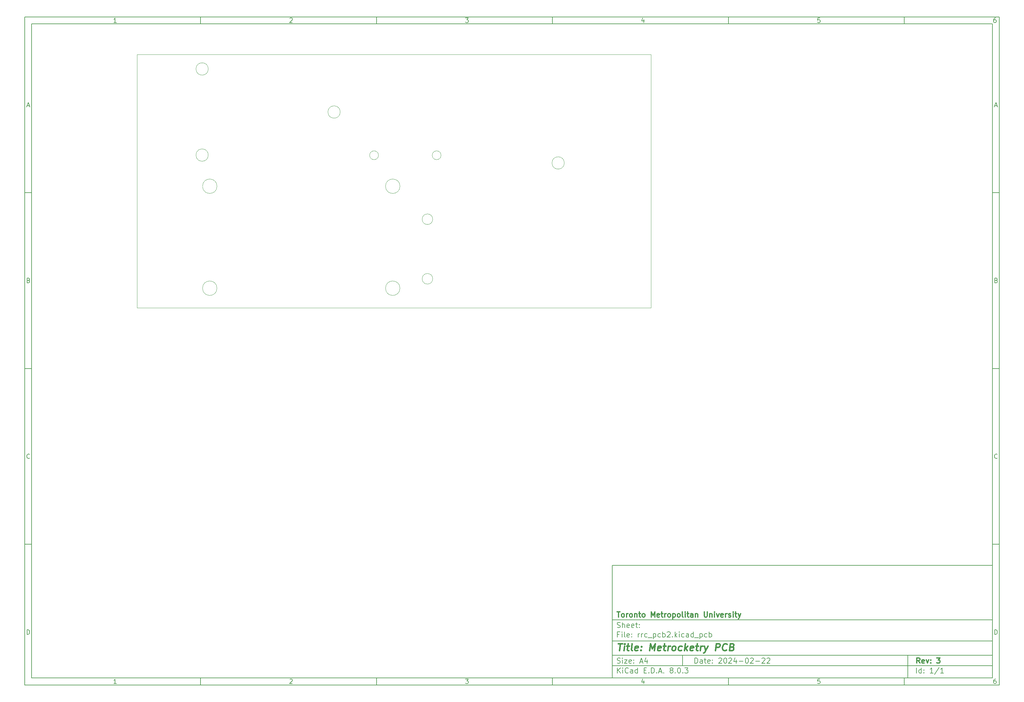
<source format=gbr>
%TF.GenerationSoftware,KiCad,Pcbnew,8.0.3*%
%TF.CreationDate,2024-07-04T22:57:28-04:00*%
%TF.ProjectId,rrc_pcb2,7272635f-7063-4623-922e-6b696361645f,3*%
%TF.SameCoordinates,Original*%
%TF.FileFunction,Profile,NP*%
%FSLAX46Y46*%
G04 Gerber Fmt 4.6, Leading zero omitted, Abs format (unit mm)*
G04 Created by KiCad (PCBNEW 8.0.3) date 2024-07-04 22:57:28*
%MOMM*%
%LPD*%
G01*
G04 APERTURE LIST*
%ADD10C,0.100000*%
%ADD11C,0.150000*%
%ADD12C,0.300000*%
%ADD13C,0.400000*%
%TA.AperFunction,Profile*%
%ADD14C,0.050000*%
%TD*%
%TA.AperFunction,Profile*%
%ADD15C,0.100000*%
%TD*%
G04 APERTURE END LIST*
D10*
D11*
X177002200Y-166007200D02*
X285002200Y-166007200D01*
X285002200Y-198007200D01*
X177002200Y-198007200D01*
X177002200Y-166007200D01*
D10*
D11*
X10000000Y-10000000D02*
X287002200Y-10000000D01*
X287002200Y-200007200D01*
X10000000Y-200007200D01*
X10000000Y-10000000D01*
D10*
D11*
X12000000Y-12000000D02*
X285002200Y-12000000D01*
X285002200Y-198007200D01*
X12000000Y-198007200D01*
X12000000Y-12000000D01*
D10*
D11*
X60000000Y-12000000D02*
X60000000Y-10000000D01*
D10*
D11*
X110000000Y-12000000D02*
X110000000Y-10000000D01*
D10*
D11*
X160000000Y-12000000D02*
X160000000Y-10000000D01*
D10*
D11*
X210000000Y-12000000D02*
X210000000Y-10000000D01*
D10*
D11*
X260000000Y-12000000D02*
X260000000Y-10000000D01*
D10*
D11*
X36089160Y-11593604D02*
X35346303Y-11593604D01*
X35717731Y-11593604D02*
X35717731Y-10293604D01*
X35717731Y-10293604D02*
X35593922Y-10479319D01*
X35593922Y-10479319D02*
X35470112Y-10603128D01*
X35470112Y-10603128D02*
X35346303Y-10665033D01*
D10*
D11*
X85346303Y-10417414D02*
X85408207Y-10355509D01*
X85408207Y-10355509D02*
X85532017Y-10293604D01*
X85532017Y-10293604D02*
X85841541Y-10293604D01*
X85841541Y-10293604D02*
X85965350Y-10355509D01*
X85965350Y-10355509D02*
X86027255Y-10417414D01*
X86027255Y-10417414D02*
X86089160Y-10541223D01*
X86089160Y-10541223D02*
X86089160Y-10665033D01*
X86089160Y-10665033D02*
X86027255Y-10850747D01*
X86027255Y-10850747D02*
X85284398Y-11593604D01*
X85284398Y-11593604D02*
X86089160Y-11593604D01*
D10*
D11*
X135284398Y-10293604D02*
X136089160Y-10293604D01*
X136089160Y-10293604D02*
X135655826Y-10788842D01*
X135655826Y-10788842D02*
X135841541Y-10788842D01*
X135841541Y-10788842D02*
X135965350Y-10850747D01*
X135965350Y-10850747D02*
X136027255Y-10912652D01*
X136027255Y-10912652D02*
X136089160Y-11036461D01*
X136089160Y-11036461D02*
X136089160Y-11345985D01*
X136089160Y-11345985D02*
X136027255Y-11469795D01*
X136027255Y-11469795D02*
X135965350Y-11531700D01*
X135965350Y-11531700D02*
X135841541Y-11593604D01*
X135841541Y-11593604D02*
X135470112Y-11593604D01*
X135470112Y-11593604D02*
X135346303Y-11531700D01*
X135346303Y-11531700D02*
X135284398Y-11469795D01*
D10*
D11*
X185965350Y-10726938D02*
X185965350Y-11593604D01*
X185655826Y-10231700D02*
X185346303Y-11160271D01*
X185346303Y-11160271D02*
X186151064Y-11160271D01*
D10*
D11*
X236027255Y-10293604D02*
X235408207Y-10293604D01*
X235408207Y-10293604D02*
X235346303Y-10912652D01*
X235346303Y-10912652D02*
X235408207Y-10850747D01*
X235408207Y-10850747D02*
X235532017Y-10788842D01*
X235532017Y-10788842D02*
X235841541Y-10788842D01*
X235841541Y-10788842D02*
X235965350Y-10850747D01*
X235965350Y-10850747D02*
X236027255Y-10912652D01*
X236027255Y-10912652D02*
X236089160Y-11036461D01*
X236089160Y-11036461D02*
X236089160Y-11345985D01*
X236089160Y-11345985D02*
X236027255Y-11469795D01*
X236027255Y-11469795D02*
X235965350Y-11531700D01*
X235965350Y-11531700D02*
X235841541Y-11593604D01*
X235841541Y-11593604D02*
X235532017Y-11593604D01*
X235532017Y-11593604D02*
X235408207Y-11531700D01*
X235408207Y-11531700D02*
X235346303Y-11469795D01*
D10*
D11*
X285965350Y-10293604D02*
X285717731Y-10293604D01*
X285717731Y-10293604D02*
X285593922Y-10355509D01*
X285593922Y-10355509D02*
X285532017Y-10417414D01*
X285532017Y-10417414D02*
X285408207Y-10603128D01*
X285408207Y-10603128D02*
X285346303Y-10850747D01*
X285346303Y-10850747D02*
X285346303Y-11345985D01*
X285346303Y-11345985D02*
X285408207Y-11469795D01*
X285408207Y-11469795D02*
X285470112Y-11531700D01*
X285470112Y-11531700D02*
X285593922Y-11593604D01*
X285593922Y-11593604D02*
X285841541Y-11593604D01*
X285841541Y-11593604D02*
X285965350Y-11531700D01*
X285965350Y-11531700D02*
X286027255Y-11469795D01*
X286027255Y-11469795D02*
X286089160Y-11345985D01*
X286089160Y-11345985D02*
X286089160Y-11036461D01*
X286089160Y-11036461D02*
X286027255Y-10912652D01*
X286027255Y-10912652D02*
X285965350Y-10850747D01*
X285965350Y-10850747D02*
X285841541Y-10788842D01*
X285841541Y-10788842D02*
X285593922Y-10788842D01*
X285593922Y-10788842D02*
X285470112Y-10850747D01*
X285470112Y-10850747D02*
X285408207Y-10912652D01*
X285408207Y-10912652D02*
X285346303Y-11036461D01*
D10*
D11*
X60000000Y-198007200D02*
X60000000Y-200007200D01*
D10*
D11*
X110000000Y-198007200D02*
X110000000Y-200007200D01*
D10*
D11*
X160000000Y-198007200D02*
X160000000Y-200007200D01*
D10*
D11*
X210000000Y-198007200D02*
X210000000Y-200007200D01*
D10*
D11*
X260000000Y-198007200D02*
X260000000Y-200007200D01*
D10*
D11*
X36089160Y-199600804D02*
X35346303Y-199600804D01*
X35717731Y-199600804D02*
X35717731Y-198300804D01*
X35717731Y-198300804D02*
X35593922Y-198486519D01*
X35593922Y-198486519D02*
X35470112Y-198610328D01*
X35470112Y-198610328D02*
X35346303Y-198672233D01*
D10*
D11*
X85346303Y-198424614D02*
X85408207Y-198362709D01*
X85408207Y-198362709D02*
X85532017Y-198300804D01*
X85532017Y-198300804D02*
X85841541Y-198300804D01*
X85841541Y-198300804D02*
X85965350Y-198362709D01*
X85965350Y-198362709D02*
X86027255Y-198424614D01*
X86027255Y-198424614D02*
X86089160Y-198548423D01*
X86089160Y-198548423D02*
X86089160Y-198672233D01*
X86089160Y-198672233D02*
X86027255Y-198857947D01*
X86027255Y-198857947D02*
X85284398Y-199600804D01*
X85284398Y-199600804D02*
X86089160Y-199600804D01*
D10*
D11*
X135284398Y-198300804D02*
X136089160Y-198300804D01*
X136089160Y-198300804D02*
X135655826Y-198796042D01*
X135655826Y-198796042D02*
X135841541Y-198796042D01*
X135841541Y-198796042D02*
X135965350Y-198857947D01*
X135965350Y-198857947D02*
X136027255Y-198919852D01*
X136027255Y-198919852D02*
X136089160Y-199043661D01*
X136089160Y-199043661D02*
X136089160Y-199353185D01*
X136089160Y-199353185D02*
X136027255Y-199476995D01*
X136027255Y-199476995D02*
X135965350Y-199538900D01*
X135965350Y-199538900D02*
X135841541Y-199600804D01*
X135841541Y-199600804D02*
X135470112Y-199600804D01*
X135470112Y-199600804D02*
X135346303Y-199538900D01*
X135346303Y-199538900D02*
X135284398Y-199476995D01*
D10*
D11*
X185965350Y-198734138D02*
X185965350Y-199600804D01*
X185655826Y-198238900D02*
X185346303Y-199167471D01*
X185346303Y-199167471D02*
X186151064Y-199167471D01*
D10*
D11*
X236027255Y-198300804D02*
X235408207Y-198300804D01*
X235408207Y-198300804D02*
X235346303Y-198919852D01*
X235346303Y-198919852D02*
X235408207Y-198857947D01*
X235408207Y-198857947D02*
X235532017Y-198796042D01*
X235532017Y-198796042D02*
X235841541Y-198796042D01*
X235841541Y-198796042D02*
X235965350Y-198857947D01*
X235965350Y-198857947D02*
X236027255Y-198919852D01*
X236027255Y-198919852D02*
X236089160Y-199043661D01*
X236089160Y-199043661D02*
X236089160Y-199353185D01*
X236089160Y-199353185D02*
X236027255Y-199476995D01*
X236027255Y-199476995D02*
X235965350Y-199538900D01*
X235965350Y-199538900D02*
X235841541Y-199600804D01*
X235841541Y-199600804D02*
X235532017Y-199600804D01*
X235532017Y-199600804D02*
X235408207Y-199538900D01*
X235408207Y-199538900D02*
X235346303Y-199476995D01*
D10*
D11*
X285965350Y-198300804D02*
X285717731Y-198300804D01*
X285717731Y-198300804D02*
X285593922Y-198362709D01*
X285593922Y-198362709D02*
X285532017Y-198424614D01*
X285532017Y-198424614D02*
X285408207Y-198610328D01*
X285408207Y-198610328D02*
X285346303Y-198857947D01*
X285346303Y-198857947D02*
X285346303Y-199353185D01*
X285346303Y-199353185D02*
X285408207Y-199476995D01*
X285408207Y-199476995D02*
X285470112Y-199538900D01*
X285470112Y-199538900D02*
X285593922Y-199600804D01*
X285593922Y-199600804D02*
X285841541Y-199600804D01*
X285841541Y-199600804D02*
X285965350Y-199538900D01*
X285965350Y-199538900D02*
X286027255Y-199476995D01*
X286027255Y-199476995D02*
X286089160Y-199353185D01*
X286089160Y-199353185D02*
X286089160Y-199043661D01*
X286089160Y-199043661D02*
X286027255Y-198919852D01*
X286027255Y-198919852D02*
X285965350Y-198857947D01*
X285965350Y-198857947D02*
X285841541Y-198796042D01*
X285841541Y-198796042D02*
X285593922Y-198796042D01*
X285593922Y-198796042D02*
X285470112Y-198857947D01*
X285470112Y-198857947D02*
X285408207Y-198919852D01*
X285408207Y-198919852D02*
X285346303Y-199043661D01*
D10*
D11*
X10000000Y-60000000D02*
X12000000Y-60000000D01*
D10*
D11*
X10000000Y-110000000D02*
X12000000Y-110000000D01*
D10*
D11*
X10000000Y-160000000D02*
X12000000Y-160000000D01*
D10*
D11*
X10690476Y-35222176D02*
X11309523Y-35222176D01*
X10566666Y-35593604D02*
X10999999Y-34293604D01*
X10999999Y-34293604D02*
X11433333Y-35593604D01*
D10*
D11*
X11092857Y-84912652D02*
X11278571Y-84974557D01*
X11278571Y-84974557D02*
X11340476Y-85036461D01*
X11340476Y-85036461D02*
X11402380Y-85160271D01*
X11402380Y-85160271D02*
X11402380Y-85345985D01*
X11402380Y-85345985D02*
X11340476Y-85469795D01*
X11340476Y-85469795D02*
X11278571Y-85531700D01*
X11278571Y-85531700D02*
X11154761Y-85593604D01*
X11154761Y-85593604D02*
X10659523Y-85593604D01*
X10659523Y-85593604D02*
X10659523Y-84293604D01*
X10659523Y-84293604D02*
X11092857Y-84293604D01*
X11092857Y-84293604D02*
X11216666Y-84355509D01*
X11216666Y-84355509D02*
X11278571Y-84417414D01*
X11278571Y-84417414D02*
X11340476Y-84541223D01*
X11340476Y-84541223D02*
X11340476Y-84665033D01*
X11340476Y-84665033D02*
X11278571Y-84788842D01*
X11278571Y-84788842D02*
X11216666Y-84850747D01*
X11216666Y-84850747D02*
X11092857Y-84912652D01*
X11092857Y-84912652D02*
X10659523Y-84912652D01*
D10*
D11*
X11402380Y-135469795D02*
X11340476Y-135531700D01*
X11340476Y-135531700D02*
X11154761Y-135593604D01*
X11154761Y-135593604D02*
X11030952Y-135593604D01*
X11030952Y-135593604D02*
X10845238Y-135531700D01*
X10845238Y-135531700D02*
X10721428Y-135407890D01*
X10721428Y-135407890D02*
X10659523Y-135284080D01*
X10659523Y-135284080D02*
X10597619Y-135036461D01*
X10597619Y-135036461D02*
X10597619Y-134850747D01*
X10597619Y-134850747D02*
X10659523Y-134603128D01*
X10659523Y-134603128D02*
X10721428Y-134479319D01*
X10721428Y-134479319D02*
X10845238Y-134355509D01*
X10845238Y-134355509D02*
X11030952Y-134293604D01*
X11030952Y-134293604D02*
X11154761Y-134293604D01*
X11154761Y-134293604D02*
X11340476Y-134355509D01*
X11340476Y-134355509D02*
X11402380Y-134417414D01*
D10*
D11*
X10659523Y-185593604D02*
X10659523Y-184293604D01*
X10659523Y-184293604D02*
X10969047Y-184293604D01*
X10969047Y-184293604D02*
X11154761Y-184355509D01*
X11154761Y-184355509D02*
X11278571Y-184479319D01*
X11278571Y-184479319D02*
X11340476Y-184603128D01*
X11340476Y-184603128D02*
X11402380Y-184850747D01*
X11402380Y-184850747D02*
X11402380Y-185036461D01*
X11402380Y-185036461D02*
X11340476Y-185284080D01*
X11340476Y-185284080D02*
X11278571Y-185407890D01*
X11278571Y-185407890D02*
X11154761Y-185531700D01*
X11154761Y-185531700D02*
X10969047Y-185593604D01*
X10969047Y-185593604D02*
X10659523Y-185593604D01*
D10*
D11*
X287002200Y-60000000D02*
X285002200Y-60000000D01*
D10*
D11*
X287002200Y-110000000D02*
X285002200Y-110000000D01*
D10*
D11*
X287002200Y-160000000D02*
X285002200Y-160000000D01*
D10*
D11*
X285692676Y-35222176D02*
X286311723Y-35222176D01*
X285568866Y-35593604D02*
X286002199Y-34293604D01*
X286002199Y-34293604D02*
X286435533Y-35593604D01*
D10*
D11*
X286095057Y-84912652D02*
X286280771Y-84974557D01*
X286280771Y-84974557D02*
X286342676Y-85036461D01*
X286342676Y-85036461D02*
X286404580Y-85160271D01*
X286404580Y-85160271D02*
X286404580Y-85345985D01*
X286404580Y-85345985D02*
X286342676Y-85469795D01*
X286342676Y-85469795D02*
X286280771Y-85531700D01*
X286280771Y-85531700D02*
X286156961Y-85593604D01*
X286156961Y-85593604D02*
X285661723Y-85593604D01*
X285661723Y-85593604D02*
X285661723Y-84293604D01*
X285661723Y-84293604D02*
X286095057Y-84293604D01*
X286095057Y-84293604D02*
X286218866Y-84355509D01*
X286218866Y-84355509D02*
X286280771Y-84417414D01*
X286280771Y-84417414D02*
X286342676Y-84541223D01*
X286342676Y-84541223D02*
X286342676Y-84665033D01*
X286342676Y-84665033D02*
X286280771Y-84788842D01*
X286280771Y-84788842D02*
X286218866Y-84850747D01*
X286218866Y-84850747D02*
X286095057Y-84912652D01*
X286095057Y-84912652D02*
X285661723Y-84912652D01*
D10*
D11*
X286404580Y-135469795D02*
X286342676Y-135531700D01*
X286342676Y-135531700D02*
X286156961Y-135593604D01*
X286156961Y-135593604D02*
X286033152Y-135593604D01*
X286033152Y-135593604D02*
X285847438Y-135531700D01*
X285847438Y-135531700D02*
X285723628Y-135407890D01*
X285723628Y-135407890D02*
X285661723Y-135284080D01*
X285661723Y-135284080D02*
X285599819Y-135036461D01*
X285599819Y-135036461D02*
X285599819Y-134850747D01*
X285599819Y-134850747D02*
X285661723Y-134603128D01*
X285661723Y-134603128D02*
X285723628Y-134479319D01*
X285723628Y-134479319D02*
X285847438Y-134355509D01*
X285847438Y-134355509D02*
X286033152Y-134293604D01*
X286033152Y-134293604D02*
X286156961Y-134293604D01*
X286156961Y-134293604D02*
X286342676Y-134355509D01*
X286342676Y-134355509D02*
X286404580Y-134417414D01*
D10*
D11*
X285661723Y-185593604D02*
X285661723Y-184293604D01*
X285661723Y-184293604D02*
X285971247Y-184293604D01*
X285971247Y-184293604D02*
X286156961Y-184355509D01*
X286156961Y-184355509D02*
X286280771Y-184479319D01*
X286280771Y-184479319D02*
X286342676Y-184603128D01*
X286342676Y-184603128D02*
X286404580Y-184850747D01*
X286404580Y-184850747D02*
X286404580Y-185036461D01*
X286404580Y-185036461D02*
X286342676Y-185284080D01*
X286342676Y-185284080D02*
X286280771Y-185407890D01*
X286280771Y-185407890D02*
X286156961Y-185531700D01*
X286156961Y-185531700D02*
X285971247Y-185593604D01*
X285971247Y-185593604D02*
X285661723Y-185593604D01*
D10*
D11*
X200458026Y-193793328D02*
X200458026Y-192293328D01*
X200458026Y-192293328D02*
X200815169Y-192293328D01*
X200815169Y-192293328D02*
X201029455Y-192364757D01*
X201029455Y-192364757D02*
X201172312Y-192507614D01*
X201172312Y-192507614D02*
X201243741Y-192650471D01*
X201243741Y-192650471D02*
X201315169Y-192936185D01*
X201315169Y-192936185D02*
X201315169Y-193150471D01*
X201315169Y-193150471D02*
X201243741Y-193436185D01*
X201243741Y-193436185D02*
X201172312Y-193579042D01*
X201172312Y-193579042D02*
X201029455Y-193721900D01*
X201029455Y-193721900D02*
X200815169Y-193793328D01*
X200815169Y-193793328D02*
X200458026Y-193793328D01*
X202600884Y-193793328D02*
X202600884Y-193007614D01*
X202600884Y-193007614D02*
X202529455Y-192864757D01*
X202529455Y-192864757D02*
X202386598Y-192793328D01*
X202386598Y-192793328D02*
X202100884Y-192793328D01*
X202100884Y-192793328D02*
X201958026Y-192864757D01*
X202600884Y-193721900D02*
X202458026Y-193793328D01*
X202458026Y-193793328D02*
X202100884Y-193793328D01*
X202100884Y-193793328D02*
X201958026Y-193721900D01*
X201958026Y-193721900D02*
X201886598Y-193579042D01*
X201886598Y-193579042D02*
X201886598Y-193436185D01*
X201886598Y-193436185D02*
X201958026Y-193293328D01*
X201958026Y-193293328D02*
X202100884Y-193221900D01*
X202100884Y-193221900D02*
X202458026Y-193221900D01*
X202458026Y-193221900D02*
X202600884Y-193150471D01*
X203100884Y-192793328D02*
X203672312Y-192793328D01*
X203315169Y-192293328D02*
X203315169Y-193579042D01*
X203315169Y-193579042D02*
X203386598Y-193721900D01*
X203386598Y-193721900D02*
X203529455Y-193793328D01*
X203529455Y-193793328D02*
X203672312Y-193793328D01*
X204743741Y-193721900D02*
X204600884Y-193793328D01*
X204600884Y-193793328D02*
X204315170Y-193793328D01*
X204315170Y-193793328D02*
X204172312Y-193721900D01*
X204172312Y-193721900D02*
X204100884Y-193579042D01*
X204100884Y-193579042D02*
X204100884Y-193007614D01*
X204100884Y-193007614D02*
X204172312Y-192864757D01*
X204172312Y-192864757D02*
X204315170Y-192793328D01*
X204315170Y-192793328D02*
X204600884Y-192793328D01*
X204600884Y-192793328D02*
X204743741Y-192864757D01*
X204743741Y-192864757D02*
X204815170Y-193007614D01*
X204815170Y-193007614D02*
X204815170Y-193150471D01*
X204815170Y-193150471D02*
X204100884Y-193293328D01*
X205458026Y-193650471D02*
X205529455Y-193721900D01*
X205529455Y-193721900D02*
X205458026Y-193793328D01*
X205458026Y-193793328D02*
X205386598Y-193721900D01*
X205386598Y-193721900D02*
X205458026Y-193650471D01*
X205458026Y-193650471D02*
X205458026Y-193793328D01*
X205458026Y-192864757D02*
X205529455Y-192936185D01*
X205529455Y-192936185D02*
X205458026Y-193007614D01*
X205458026Y-193007614D02*
X205386598Y-192936185D01*
X205386598Y-192936185D02*
X205458026Y-192864757D01*
X205458026Y-192864757D02*
X205458026Y-193007614D01*
X207243741Y-192436185D02*
X207315169Y-192364757D01*
X207315169Y-192364757D02*
X207458027Y-192293328D01*
X207458027Y-192293328D02*
X207815169Y-192293328D01*
X207815169Y-192293328D02*
X207958027Y-192364757D01*
X207958027Y-192364757D02*
X208029455Y-192436185D01*
X208029455Y-192436185D02*
X208100884Y-192579042D01*
X208100884Y-192579042D02*
X208100884Y-192721900D01*
X208100884Y-192721900D02*
X208029455Y-192936185D01*
X208029455Y-192936185D02*
X207172312Y-193793328D01*
X207172312Y-193793328D02*
X208100884Y-193793328D01*
X209029455Y-192293328D02*
X209172312Y-192293328D01*
X209172312Y-192293328D02*
X209315169Y-192364757D01*
X209315169Y-192364757D02*
X209386598Y-192436185D01*
X209386598Y-192436185D02*
X209458026Y-192579042D01*
X209458026Y-192579042D02*
X209529455Y-192864757D01*
X209529455Y-192864757D02*
X209529455Y-193221900D01*
X209529455Y-193221900D02*
X209458026Y-193507614D01*
X209458026Y-193507614D02*
X209386598Y-193650471D01*
X209386598Y-193650471D02*
X209315169Y-193721900D01*
X209315169Y-193721900D02*
X209172312Y-193793328D01*
X209172312Y-193793328D02*
X209029455Y-193793328D01*
X209029455Y-193793328D02*
X208886598Y-193721900D01*
X208886598Y-193721900D02*
X208815169Y-193650471D01*
X208815169Y-193650471D02*
X208743740Y-193507614D01*
X208743740Y-193507614D02*
X208672312Y-193221900D01*
X208672312Y-193221900D02*
X208672312Y-192864757D01*
X208672312Y-192864757D02*
X208743740Y-192579042D01*
X208743740Y-192579042D02*
X208815169Y-192436185D01*
X208815169Y-192436185D02*
X208886598Y-192364757D01*
X208886598Y-192364757D02*
X209029455Y-192293328D01*
X210100883Y-192436185D02*
X210172311Y-192364757D01*
X210172311Y-192364757D02*
X210315169Y-192293328D01*
X210315169Y-192293328D02*
X210672311Y-192293328D01*
X210672311Y-192293328D02*
X210815169Y-192364757D01*
X210815169Y-192364757D02*
X210886597Y-192436185D01*
X210886597Y-192436185D02*
X210958026Y-192579042D01*
X210958026Y-192579042D02*
X210958026Y-192721900D01*
X210958026Y-192721900D02*
X210886597Y-192936185D01*
X210886597Y-192936185D02*
X210029454Y-193793328D01*
X210029454Y-193793328D02*
X210958026Y-193793328D01*
X212243740Y-192793328D02*
X212243740Y-193793328D01*
X211886597Y-192221900D02*
X211529454Y-193293328D01*
X211529454Y-193293328D02*
X212458025Y-193293328D01*
X213029453Y-193221900D02*
X214172311Y-193221900D01*
X215172311Y-192293328D02*
X215315168Y-192293328D01*
X215315168Y-192293328D02*
X215458025Y-192364757D01*
X215458025Y-192364757D02*
X215529454Y-192436185D01*
X215529454Y-192436185D02*
X215600882Y-192579042D01*
X215600882Y-192579042D02*
X215672311Y-192864757D01*
X215672311Y-192864757D02*
X215672311Y-193221900D01*
X215672311Y-193221900D02*
X215600882Y-193507614D01*
X215600882Y-193507614D02*
X215529454Y-193650471D01*
X215529454Y-193650471D02*
X215458025Y-193721900D01*
X215458025Y-193721900D02*
X215315168Y-193793328D01*
X215315168Y-193793328D02*
X215172311Y-193793328D01*
X215172311Y-193793328D02*
X215029454Y-193721900D01*
X215029454Y-193721900D02*
X214958025Y-193650471D01*
X214958025Y-193650471D02*
X214886596Y-193507614D01*
X214886596Y-193507614D02*
X214815168Y-193221900D01*
X214815168Y-193221900D02*
X214815168Y-192864757D01*
X214815168Y-192864757D02*
X214886596Y-192579042D01*
X214886596Y-192579042D02*
X214958025Y-192436185D01*
X214958025Y-192436185D02*
X215029454Y-192364757D01*
X215029454Y-192364757D02*
X215172311Y-192293328D01*
X216243739Y-192436185D02*
X216315167Y-192364757D01*
X216315167Y-192364757D02*
X216458025Y-192293328D01*
X216458025Y-192293328D02*
X216815167Y-192293328D01*
X216815167Y-192293328D02*
X216958025Y-192364757D01*
X216958025Y-192364757D02*
X217029453Y-192436185D01*
X217029453Y-192436185D02*
X217100882Y-192579042D01*
X217100882Y-192579042D02*
X217100882Y-192721900D01*
X217100882Y-192721900D02*
X217029453Y-192936185D01*
X217029453Y-192936185D02*
X216172310Y-193793328D01*
X216172310Y-193793328D02*
X217100882Y-193793328D01*
X217743738Y-193221900D02*
X218886596Y-193221900D01*
X219529453Y-192436185D02*
X219600881Y-192364757D01*
X219600881Y-192364757D02*
X219743739Y-192293328D01*
X219743739Y-192293328D02*
X220100881Y-192293328D01*
X220100881Y-192293328D02*
X220243739Y-192364757D01*
X220243739Y-192364757D02*
X220315167Y-192436185D01*
X220315167Y-192436185D02*
X220386596Y-192579042D01*
X220386596Y-192579042D02*
X220386596Y-192721900D01*
X220386596Y-192721900D02*
X220315167Y-192936185D01*
X220315167Y-192936185D02*
X219458024Y-193793328D01*
X219458024Y-193793328D02*
X220386596Y-193793328D01*
X220958024Y-192436185D02*
X221029452Y-192364757D01*
X221029452Y-192364757D02*
X221172310Y-192293328D01*
X221172310Y-192293328D02*
X221529452Y-192293328D01*
X221529452Y-192293328D02*
X221672310Y-192364757D01*
X221672310Y-192364757D02*
X221743738Y-192436185D01*
X221743738Y-192436185D02*
X221815167Y-192579042D01*
X221815167Y-192579042D02*
X221815167Y-192721900D01*
X221815167Y-192721900D02*
X221743738Y-192936185D01*
X221743738Y-192936185D02*
X220886595Y-193793328D01*
X220886595Y-193793328D02*
X221815167Y-193793328D01*
D10*
D11*
X177002200Y-194507200D02*
X285002200Y-194507200D01*
D10*
D11*
X178458026Y-196593328D02*
X178458026Y-195093328D01*
X179315169Y-196593328D02*
X178672312Y-195736185D01*
X179315169Y-195093328D02*
X178458026Y-195950471D01*
X179958026Y-196593328D02*
X179958026Y-195593328D01*
X179958026Y-195093328D02*
X179886598Y-195164757D01*
X179886598Y-195164757D02*
X179958026Y-195236185D01*
X179958026Y-195236185D02*
X180029455Y-195164757D01*
X180029455Y-195164757D02*
X179958026Y-195093328D01*
X179958026Y-195093328D02*
X179958026Y-195236185D01*
X181529455Y-196450471D02*
X181458027Y-196521900D01*
X181458027Y-196521900D02*
X181243741Y-196593328D01*
X181243741Y-196593328D02*
X181100884Y-196593328D01*
X181100884Y-196593328D02*
X180886598Y-196521900D01*
X180886598Y-196521900D02*
X180743741Y-196379042D01*
X180743741Y-196379042D02*
X180672312Y-196236185D01*
X180672312Y-196236185D02*
X180600884Y-195950471D01*
X180600884Y-195950471D02*
X180600884Y-195736185D01*
X180600884Y-195736185D02*
X180672312Y-195450471D01*
X180672312Y-195450471D02*
X180743741Y-195307614D01*
X180743741Y-195307614D02*
X180886598Y-195164757D01*
X180886598Y-195164757D02*
X181100884Y-195093328D01*
X181100884Y-195093328D02*
X181243741Y-195093328D01*
X181243741Y-195093328D02*
X181458027Y-195164757D01*
X181458027Y-195164757D02*
X181529455Y-195236185D01*
X182815170Y-196593328D02*
X182815170Y-195807614D01*
X182815170Y-195807614D02*
X182743741Y-195664757D01*
X182743741Y-195664757D02*
X182600884Y-195593328D01*
X182600884Y-195593328D02*
X182315170Y-195593328D01*
X182315170Y-195593328D02*
X182172312Y-195664757D01*
X182815170Y-196521900D02*
X182672312Y-196593328D01*
X182672312Y-196593328D02*
X182315170Y-196593328D01*
X182315170Y-196593328D02*
X182172312Y-196521900D01*
X182172312Y-196521900D02*
X182100884Y-196379042D01*
X182100884Y-196379042D02*
X182100884Y-196236185D01*
X182100884Y-196236185D02*
X182172312Y-196093328D01*
X182172312Y-196093328D02*
X182315170Y-196021900D01*
X182315170Y-196021900D02*
X182672312Y-196021900D01*
X182672312Y-196021900D02*
X182815170Y-195950471D01*
X184172313Y-196593328D02*
X184172313Y-195093328D01*
X184172313Y-196521900D02*
X184029455Y-196593328D01*
X184029455Y-196593328D02*
X183743741Y-196593328D01*
X183743741Y-196593328D02*
X183600884Y-196521900D01*
X183600884Y-196521900D02*
X183529455Y-196450471D01*
X183529455Y-196450471D02*
X183458027Y-196307614D01*
X183458027Y-196307614D02*
X183458027Y-195879042D01*
X183458027Y-195879042D02*
X183529455Y-195736185D01*
X183529455Y-195736185D02*
X183600884Y-195664757D01*
X183600884Y-195664757D02*
X183743741Y-195593328D01*
X183743741Y-195593328D02*
X184029455Y-195593328D01*
X184029455Y-195593328D02*
X184172313Y-195664757D01*
X186029455Y-195807614D02*
X186529455Y-195807614D01*
X186743741Y-196593328D02*
X186029455Y-196593328D01*
X186029455Y-196593328D02*
X186029455Y-195093328D01*
X186029455Y-195093328D02*
X186743741Y-195093328D01*
X187386598Y-196450471D02*
X187458027Y-196521900D01*
X187458027Y-196521900D02*
X187386598Y-196593328D01*
X187386598Y-196593328D02*
X187315170Y-196521900D01*
X187315170Y-196521900D02*
X187386598Y-196450471D01*
X187386598Y-196450471D02*
X187386598Y-196593328D01*
X188100884Y-196593328D02*
X188100884Y-195093328D01*
X188100884Y-195093328D02*
X188458027Y-195093328D01*
X188458027Y-195093328D02*
X188672313Y-195164757D01*
X188672313Y-195164757D02*
X188815170Y-195307614D01*
X188815170Y-195307614D02*
X188886599Y-195450471D01*
X188886599Y-195450471D02*
X188958027Y-195736185D01*
X188958027Y-195736185D02*
X188958027Y-195950471D01*
X188958027Y-195950471D02*
X188886599Y-196236185D01*
X188886599Y-196236185D02*
X188815170Y-196379042D01*
X188815170Y-196379042D02*
X188672313Y-196521900D01*
X188672313Y-196521900D02*
X188458027Y-196593328D01*
X188458027Y-196593328D02*
X188100884Y-196593328D01*
X189600884Y-196450471D02*
X189672313Y-196521900D01*
X189672313Y-196521900D02*
X189600884Y-196593328D01*
X189600884Y-196593328D02*
X189529456Y-196521900D01*
X189529456Y-196521900D02*
X189600884Y-196450471D01*
X189600884Y-196450471D02*
X189600884Y-196593328D01*
X190243742Y-196164757D02*
X190958028Y-196164757D01*
X190100885Y-196593328D02*
X190600885Y-195093328D01*
X190600885Y-195093328D02*
X191100885Y-196593328D01*
X191600884Y-196450471D02*
X191672313Y-196521900D01*
X191672313Y-196521900D02*
X191600884Y-196593328D01*
X191600884Y-196593328D02*
X191529456Y-196521900D01*
X191529456Y-196521900D02*
X191600884Y-196450471D01*
X191600884Y-196450471D02*
X191600884Y-196593328D01*
X193672313Y-195736185D02*
X193529456Y-195664757D01*
X193529456Y-195664757D02*
X193458027Y-195593328D01*
X193458027Y-195593328D02*
X193386599Y-195450471D01*
X193386599Y-195450471D02*
X193386599Y-195379042D01*
X193386599Y-195379042D02*
X193458027Y-195236185D01*
X193458027Y-195236185D02*
X193529456Y-195164757D01*
X193529456Y-195164757D02*
X193672313Y-195093328D01*
X193672313Y-195093328D02*
X193958027Y-195093328D01*
X193958027Y-195093328D02*
X194100885Y-195164757D01*
X194100885Y-195164757D02*
X194172313Y-195236185D01*
X194172313Y-195236185D02*
X194243742Y-195379042D01*
X194243742Y-195379042D02*
X194243742Y-195450471D01*
X194243742Y-195450471D02*
X194172313Y-195593328D01*
X194172313Y-195593328D02*
X194100885Y-195664757D01*
X194100885Y-195664757D02*
X193958027Y-195736185D01*
X193958027Y-195736185D02*
X193672313Y-195736185D01*
X193672313Y-195736185D02*
X193529456Y-195807614D01*
X193529456Y-195807614D02*
X193458027Y-195879042D01*
X193458027Y-195879042D02*
X193386599Y-196021900D01*
X193386599Y-196021900D02*
X193386599Y-196307614D01*
X193386599Y-196307614D02*
X193458027Y-196450471D01*
X193458027Y-196450471D02*
X193529456Y-196521900D01*
X193529456Y-196521900D02*
X193672313Y-196593328D01*
X193672313Y-196593328D02*
X193958027Y-196593328D01*
X193958027Y-196593328D02*
X194100885Y-196521900D01*
X194100885Y-196521900D02*
X194172313Y-196450471D01*
X194172313Y-196450471D02*
X194243742Y-196307614D01*
X194243742Y-196307614D02*
X194243742Y-196021900D01*
X194243742Y-196021900D02*
X194172313Y-195879042D01*
X194172313Y-195879042D02*
X194100885Y-195807614D01*
X194100885Y-195807614D02*
X193958027Y-195736185D01*
X194886598Y-196450471D02*
X194958027Y-196521900D01*
X194958027Y-196521900D02*
X194886598Y-196593328D01*
X194886598Y-196593328D02*
X194815170Y-196521900D01*
X194815170Y-196521900D02*
X194886598Y-196450471D01*
X194886598Y-196450471D02*
X194886598Y-196593328D01*
X195886599Y-195093328D02*
X196029456Y-195093328D01*
X196029456Y-195093328D02*
X196172313Y-195164757D01*
X196172313Y-195164757D02*
X196243742Y-195236185D01*
X196243742Y-195236185D02*
X196315170Y-195379042D01*
X196315170Y-195379042D02*
X196386599Y-195664757D01*
X196386599Y-195664757D02*
X196386599Y-196021900D01*
X196386599Y-196021900D02*
X196315170Y-196307614D01*
X196315170Y-196307614D02*
X196243742Y-196450471D01*
X196243742Y-196450471D02*
X196172313Y-196521900D01*
X196172313Y-196521900D02*
X196029456Y-196593328D01*
X196029456Y-196593328D02*
X195886599Y-196593328D01*
X195886599Y-196593328D02*
X195743742Y-196521900D01*
X195743742Y-196521900D02*
X195672313Y-196450471D01*
X195672313Y-196450471D02*
X195600884Y-196307614D01*
X195600884Y-196307614D02*
X195529456Y-196021900D01*
X195529456Y-196021900D02*
X195529456Y-195664757D01*
X195529456Y-195664757D02*
X195600884Y-195379042D01*
X195600884Y-195379042D02*
X195672313Y-195236185D01*
X195672313Y-195236185D02*
X195743742Y-195164757D01*
X195743742Y-195164757D02*
X195886599Y-195093328D01*
X197029455Y-196450471D02*
X197100884Y-196521900D01*
X197100884Y-196521900D02*
X197029455Y-196593328D01*
X197029455Y-196593328D02*
X196958027Y-196521900D01*
X196958027Y-196521900D02*
X197029455Y-196450471D01*
X197029455Y-196450471D02*
X197029455Y-196593328D01*
X197600884Y-195093328D02*
X198529456Y-195093328D01*
X198529456Y-195093328D02*
X198029456Y-195664757D01*
X198029456Y-195664757D02*
X198243741Y-195664757D01*
X198243741Y-195664757D02*
X198386599Y-195736185D01*
X198386599Y-195736185D02*
X198458027Y-195807614D01*
X198458027Y-195807614D02*
X198529456Y-195950471D01*
X198529456Y-195950471D02*
X198529456Y-196307614D01*
X198529456Y-196307614D02*
X198458027Y-196450471D01*
X198458027Y-196450471D02*
X198386599Y-196521900D01*
X198386599Y-196521900D02*
X198243741Y-196593328D01*
X198243741Y-196593328D02*
X197815170Y-196593328D01*
X197815170Y-196593328D02*
X197672313Y-196521900D01*
X197672313Y-196521900D02*
X197600884Y-196450471D01*
D10*
D11*
X177002200Y-191507200D02*
X285002200Y-191507200D01*
D10*
D12*
X264413853Y-193785528D02*
X263913853Y-193071242D01*
X263556710Y-193785528D02*
X263556710Y-192285528D01*
X263556710Y-192285528D02*
X264128139Y-192285528D01*
X264128139Y-192285528D02*
X264270996Y-192356957D01*
X264270996Y-192356957D02*
X264342425Y-192428385D01*
X264342425Y-192428385D02*
X264413853Y-192571242D01*
X264413853Y-192571242D02*
X264413853Y-192785528D01*
X264413853Y-192785528D02*
X264342425Y-192928385D01*
X264342425Y-192928385D02*
X264270996Y-192999814D01*
X264270996Y-192999814D02*
X264128139Y-193071242D01*
X264128139Y-193071242D02*
X263556710Y-193071242D01*
X265628139Y-193714100D02*
X265485282Y-193785528D01*
X265485282Y-193785528D02*
X265199568Y-193785528D01*
X265199568Y-193785528D02*
X265056710Y-193714100D01*
X265056710Y-193714100D02*
X264985282Y-193571242D01*
X264985282Y-193571242D02*
X264985282Y-192999814D01*
X264985282Y-192999814D02*
X265056710Y-192856957D01*
X265056710Y-192856957D02*
X265199568Y-192785528D01*
X265199568Y-192785528D02*
X265485282Y-192785528D01*
X265485282Y-192785528D02*
X265628139Y-192856957D01*
X265628139Y-192856957D02*
X265699568Y-192999814D01*
X265699568Y-192999814D02*
X265699568Y-193142671D01*
X265699568Y-193142671D02*
X264985282Y-193285528D01*
X266199567Y-192785528D02*
X266556710Y-193785528D01*
X266556710Y-193785528D02*
X266913853Y-192785528D01*
X267485281Y-193642671D02*
X267556710Y-193714100D01*
X267556710Y-193714100D02*
X267485281Y-193785528D01*
X267485281Y-193785528D02*
X267413853Y-193714100D01*
X267413853Y-193714100D02*
X267485281Y-193642671D01*
X267485281Y-193642671D02*
X267485281Y-193785528D01*
X267485281Y-192856957D02*
X267556710Y-192928385D01*
X267556710Y-192928385D02*
X267485281Y-192999814D01*
X267485281Y-192999814D02*
X267413853Y-192928385D01*
X267413853Y-192928385D02*
X267485281Y-192856957D01*
X267485281Y-192856957D02*
X267485281Y-192999814D01*
X269199567Y-192285528D02*
X270128139Y-192285528D01*
X270128139Y-192285528D02*
X269628139Y-192856957D01*
X269628139Y-192856957D02*
X269842424Y-192856957D01*
X269842424Y-192856957D02*
X269985282Y-192928385D01*
X269985282Y-192928385D02*
X270056710Y-192999814D01*
X270056710Y-192999814D02*
X270128139Y-193142671D01*
X270128139Y-193142671D02*
X270128139Y-193499814D01*
X270128139Y-193499814D02*
X270056710Y-193642671D01*
X270056710Y-193642671D02*
X269985282Y-193714100D01*
X269985282Y-193714100D02*
X269842424Y-193785528D01*
X269842424Y-193785528D02*
X269413853Y-193785528D01*
X269413853Y-193785528D02*
X269270996Y-193714100D01*
X269270996Y-193714100D02*
X269199567Y-193642671D01*
D10*
D11*
X178386598Y-193721900D02*
X178600884Y-193793328D01*
X178600884Y-193793328D02*
X178958026Y-193793328D01*
X178958026Y-193793328D02*
X179100884Y-193721900D01*
X179100884Y-193721900D02*
X179172312Y-193650471D01*
X179172312Y-193650471D02*
X179243741Y-193507614D01*
X179243741Y-193507614D02*
X179243741Y-193364757D01*
X179243741Y-193364757D02*
X179172312Y-193221900D01*
X179172312Y-193221900D02*
X179100884Y-193150471D01*
X179100884Y-193150471D02*
X178958026Y-193079042D01*
X178958026Y-193079042D02*
X178672312Y-193007614D01*
X178672312Y-193007614D02*
X178529455Y-192936185D01*
X178529455Y-192936185D02*
X178458026Y-192864757D01*
X178458026Y-192864757D02*
X178386598Y-192721900D01*
X178386598Y-192721900D02*
X178386598Y-192579042D01*
X178386598Y-192579042D02*
X178458026Y-192436185D01*
X178458026Y-192436185D02*
X178529455Y-192364757D01*
X178529455Y-192364757D02*
X178672312Y-192293328D01*
X178672312Y-192293328D02*
X179029455Y-192293328D01*
X179029455Y-192293328D02*
X179243741Y-192364757D01*
X179886597Y-193793328D02*
X179886597Y-192793328D01*
X179886597Y-192293328D02*
X179815169Y-192364757D01*
X179815169Y-192364757D02*
X179886597Y-192436185D01*
X179886597Y-192436185D02*
X179958026Y-192364757D01*
X179958026Y-192364757D02*
X179886597Y-192293328D01*
X179886597Y-192293328D02*
X179886597Y-192436185D01*
X180458026Y-192793328D02*
X181243741Y-192793328D01*
X181243741Y-192793328D02*
X180458026Y-193793328D01*
X180458026Y-193793328D02*
X181243741Y-193793328D01*
X182386598Y-193721900D02*
X182243741Y-193793328D01*
X182243741Y-193793328D02*
X181958027Y-193793328D01*
X181958027Y-193793328D02*
X181815169Y-193721900D01*
X181815169Y-193721900D02*
X181743741Y-193579042D01*
X181743741Y-193579042D02*
X181743741Y-193007614D01*
X181743741Y-193007614D02*
X181815169Y-192864757D01*
X181815169Y-192864757D02*
X181958027Y-192793328D01*
X181958027Y-192793328D02*
X182243741Y-192793328D01*
X182243741Y-192793328D02*
X182386598Y-192864757D01*
X182386598Y-192864757D02*
X182458027Y-193007614D01*
X182458027Y-193007614D02*
X182458027Y-193150471D01*
X182458027Y-193150471D02*
X181743741Y-193293328D01*
X183100883Y-193650471D02*
X183172312Y-193721900D01*
X183172312Y-193721900D02*
X183100883Y-193793328D01*
X183100883Y-193793328D02*
X183029455Y-193721900D01*
X183029455Y-193721900D02*
X183100883Y-193650471D01*
X183100883Y-193650471D02*
X183100883Y-193793328D01*
X183100883Y-192864757D02*
X183172312Y-192936185D01*
X183172312Y-192936185D02*
X183100883Y-193007614D01*
X183100883Y-193007614D02*
X183029455Y-192936185D01*
X183029455Y-192936185D02*
X183100883Y-192864757D01*
X183100883Y-192864757D02*
X183100883Y-193007614D01*
X184886598Y-193364757D02*
X185600884Y-193364757D01*
X184743741Y-193793328D02*
X185243741Y-192293328D01*
X185243741Y-192293328D02*
X185743741Y-193793328D01*
X186886598Y-192793328D02*
X186886598Y-193793328D01*
X186529455Y-192221900D02*
X186172312Y-193293328D01*
X186172312Y-193293328D02*
X187100883Y-193293328D01*
D10*
D11*
X263458026Y-196593328D02*
X263458026Y-195093328D01*
X264815170Y-196593328D02*
X264815170Y-195093328D01*
X264815170Y-196521900D02*
X264672312Y-196593328D01*
X264672312Y-196593328D02*
X264386598Y-196593328D01*
X264386598Y-196593328D02*
X264243741Y-196521900D01*
X264243741Y-196521900D02*
X264172312Y-196450471D01*
X264172312Y-196450471D02*
X264100884Y-196307614D01*
X264100884Y-196307614D02*
X264100884Y-195879042D01*
X264100884Y-195879042D02*
X264172312Y-195736185D01*
X264172312Y-195736185D02*
X264243741Y-195664757D01*
X264243741Y-195664757D02*
X264386598Y-195593328D01*
X264386598Y-195593328D02*
X264672312Y-195593328D01*
X264672312Y-195593328D02*
X264815170Y-195664757D01*
X265529455Y-196450471D02*
X265600884Y-196521900D01*
X265600884Y-196521900D02*
X265529455Y-196593328D01*
X265529455Y-196593328D02*
X265458027Y-196521900D01*
X265458027Y-196521900D02*
X265529455Y-196450471D01*
X265529455Y-196450471D02*
X265529455Y-196593328D01*
X265529455Y-195664757D02*
X265600884Y-195736185D01*
X265600884Y-195736185D02*
X265529455Y-195807614D01*
X265529455Y-195807614D02*
X265458027Y-195736185D01*
X265458027Y-195736185D02*
X265529455Y-195664757D01*
X265529455Y-195664757D02*
X265529455Y-195807614D01*
X268172313Y-196593328D02*
X267315170Y-196593328D01*
X267743741Y-196593328D02*
X267743741Y-195093328D01*
X267743741Y-195093328D02*
X267600884Y-195307614D01*
X267600884Y-195307614D02*
X267458027Y-195450471D01*
X267458027Y-195450471D02*
X267315170Y-195521900D01*
X269886598Y-195021900D02*
X268600884Y-196950471D01*
X271172313Y-196593328D02*
X270315170Y-196593328D01*
X270743741Y-196593328D02*
X270743741Y-195093328D01*
X270743741Y-195093328D02*
X270600884Y-195307614D01*
X270600884Y-195307614D02*
X270458027Y-195450471D01*
X270458027Y-195450471D02*
X270315170Y-195521900D01*
D10*
D11*
X177002200Y-187507200D02*
X285002200Y-187507200D01*
D10*
D13*
X178693928Y-188211638D02*
X179836785Y-188211638D01*
X179015357Y-190211638D02*
X179265357Y-188211638D01*
X180253452Y-190211638D02*
X180420119Y-188878304D01*
X180503452Y-188211638D02*
X180396309Y-188306876D01*
X180396309Y-188306876D02*
X180479643Y-188402114D01*
X180479643Y-188402114D02*
X180586786Y-188306876D01*
X180586786Y-188306876D02*
X180503452Y-188211638D01*
X180503452Y-188211638D02*
X180479643Y-188402114D01*
X181086786Y-188878304D02*
X181848690Y-188878304D01*
X181455833Y-188211638D02*
X181241548Y-189925923D01*
X181241548Y-189925923D02*
X181312976Y-190116400D01*
X181312976Y-190116400D02*
X181491548Y-190211638D01*
X181491548Y-190211638D02*
X181682024Y-190211638D01*
X182634405Y-190211638D02*
X182455833Y-190116400D01*
X182455833Y-190116400D02*
X182384405Y-189925923D01*
X182384405Y-189925923D02*
X182598690Y-188211638D01*
X184170119Y-190116400D02*
X183967738Y-190211638D01*
X183967738Y-190211638D02*
X183586785Y-190211638D01*
X183586785Y-190211638D02*
X183408214Y-190116400D01*
X183408214Y-190116400D02*
X183336785Y-189925923D01*
X183336785Y-189925923D02*
X183432024Y-189164019D01*
X183432024Y-189164019D02*
X183551071Y-188973542D01*
X183551071Y-188973542D02*
X183753452Y-188878304D01*
X183753452Y-188878304D02*
X184134404Y-188878304D01*
X184134404Y-188878304D02*
X184312976Y-188973542D01*
X184312976Y-188973542D02*
X184384404Y-189164019D01*
X184384404Y-189164019D02*
X184360595Y-189354495D01*
X184360595Y-189354495D02*
X183384404Y-189544971D01*
X185134405Y-190021161D02*
X185217738Y-190116400D01*
X185217738Y-190116400D02*
X185110595Y-190211638D01*
X185110595Y-190211638D02*
X185027262Y-190116400D01*
X185027262Y-190116400D02*
X185134405Y-190021161D01*
X185134405Y-190021161D02*
X185110595Y-190211638D01*
X185265357Y-188973542D02*
X185348690Y-189068780D01*
X185348690Y-189068780D02*
X185241548Y-189164019D01*
X185241548Y-189164019D02*
X185158214Y-189068780D01*
X185158214Y-189068780D02*
X185265357Y-188973542D01*
X185265357Y-188973542D02*
X185241548Y-189164019D01*
X187586786Y-190211638D02*
X187836786Y-188211638D01*
X187836786Y-188211638D02*
X188324881Y-189640209D01*
X188324881Y-189640209D02*
X189170120Y-188211638D01*
X189170120Y-188211638D02*
X188920120Y-190211638D01*
X190646310Y-190116400D02*
X190443929Y-190211638D01*
X190443929Y-190211638D02*
X190062976Y-190211638D01*
X190062976Y-190211638D02*
X189884405Y-190116400D01*
X189884405Y-190116400D02*
X189812976Y-189925923D01*
X189812976Y-189925923D02*
X189908215Y-189164019D01*
X189908215Y-189164019D02*
X190027262Y-188973542D01*
X190027262Y-188973542D02*
X190229643Y-188878304D01*
X190229643Y-188878304D02*
X190610595Y-188878304D01*
X190610595Y-188878304D02*
X190789167Y-188973542D01*
X190789167Y-188973542D02*
X190860595Y-189164019D01*
X190860595Y-189164019D02*
X190836786Y-189354495D01*
X190836786Y-189354495D02*
X189860595Y-189544971D01*
X191467739Y-188878304D02*
X192229643Y-188878304D01*
X191836786Y-188211638D02*
X191622501Y-189925923D01*
X191622501Y-189925923D02*
X191693929Y-190116400D01*
X191693929Y-190116400D02*
X191872501Y-190211638D01*
X191872501Y-190211638D02*
X192062977Y-190211638D01*
X192729643Y-190211638D02*
X192896310Y-188878304D01*
X192848691Y-189259257D02*
X192967738Y-189068780D01*
X192967738Y-189068780D02*
X193074881Y-188973542D01*
X193074881Y-188973542D02*
X193277262Y-188878304D01*
X193277262Y-188878304D02*
X193467738Y-188878304D01*
X194253453Y-190211638D02*
X194074881Y-190116400D01*
X194074881Y-190116400D02*
X193991548Y-190021161D01*
X193991548Y-190021161D02*
X193920119Y-189830685D01*
X193920119Y-189830685D02*
X193991548Y-189259257D01*
X193991548Y-189259257D02*
X194110595Y-189068780D01*
X194110595Y-189068780D02*
X194217738Y-188973542D01*
X194217738Y-188973542D02*
X194420119Y-188878304D01*
X194420119Y-188878304D02*
X194705833Y-188878304D01*
X194705833Y-188878304D02*
X194884405Y-188973542D01*
X194884405Y-188973542D02*
X194967738Y-189068780D01*
X194967738Y-189068780D02*
X195039167Y-189259257D01*
X195039167Y-189259257D02*
X194967738Y-189830685D01*
X194967738Y-189830685D02*
X194848691Y-190021161D01*
X194848691Y-190021161D02*
X194741548Y-190116400D01*
X194741548Y-190116400D02*
X194539167Y-190211638D01*
X194539167Y-190211638D02*
X194253453Y-190211638D01*
X196646310Y-190116400D02*
X196443929Y-190211638D01*
X196443929Y-190211638D02*
X196062977Y-190211638D01*
X196062977Y-190211638D02*
X195884405Y-190116400D01*
X195884405Y-190116400D02*
X195801072Y-190021161D01*
X195801072Y-190021161D02*
X195729643Y-189830685D01*
X195729643Y-189830685D02*
X195801072Y-189259257D01*
X195801072Y-189259257D02*
X195920119Y-189068780D01*
X195920119Y-189068780D02*
X196027262Y-188973542D01*
X196027262Y-188973542D02*
X196229643Y-188878304D01*
X196229643Y-188878304D02*
X196610596Y-188878304D01*
X196610596Y-188878304D02*
X196789167Y-188973542D01*
X197491548Y-190211638D02*
X197741548Y-188211638D01*
X197777263Y-189449733D02*
X198253453Y-190211638D01*
X198420120Y-188878304D02*
X197562977Y-189640209D01*
X199884406Y-190116400D02*
X199682025Y-190211638D01*
X199682025Y-190211638D02*
X199301072Y-190211638D01*
X199301072Y-190211638D02*
X199122501Y-190116400D01*
X199122501Y-190116400D02*
X199051072Y-189925923D01*
X199051072Y-189925923D02*
X199146311Y-189164019D01*
X199146311Y-189164019D02*
X199265358Y-188973542D01*
X199265358Y-188973542D02*
X199467739Y-188878304D01*
X199467739Y-188878304D02*
X199848691Y-188878304D01*
X199848691Y-188878304D02*
X200027263Y-188973542D01*
X200027263Y-188973542D02*
X200098691Y-189164019D01*
X200098691Y-189164019D02*
X200074882Y-189354495D01*
X200074882Y-189354495D02*
X199098691Y-189544971D01*
X200705835Y-188878304D02*
X201467739Y-188878304D01*
X201074882Y-188211638D02*
X200860597Y-189925923D01*
X200860597Y-189925923D02*
X200932025Y-190116400D01*
X200932025Y-190116400D02*
X201110597Y-190211638D01*
X201110597Y-190211638D02*
X201301073Y-190211638D01*
X201967739Y-190211638D02*
X202134406Y-188878304D01*
X202086787Y-189259257D02*
X202205834Y-189068780D01*
X202205834Y-189068780D02*
X202312977Y-188973542D01*
X202312977Y-188973542D02*
X202515358Y-188878304D01*
X202515358Y-188878304D02*
X202705834Y-188878304D01*
X203182025Y-188878304D02*
X203491549Y-190211638D01*
X204134406Y-188878304D02*
X203491549Y-190211638D01*
X203491549Y-190211638D02*
X203241549Y-190687828D01*
X203241549Y-190687828D02*
X203134406Y-190783066D01*
X203134406Y-190783066D02*
X202932025Y-190878304D01*
X206253454Y-190211638D02*
X206503454Y-188211638D01*
X206503454Y-188211638D02*
X207265359Y-188211638D01*
X207265359Y-188211638D02*
X207443930Y-188306876D01*
X207443930Y-188306876D02*
X207527264Y-188402114D01*
X207527264Y-188402114D02*
X207598692Y-188592590D01*
X207598692Y-188592590D02*
X207562978Y-188878304D01*
X207562978Y-188878304D02*
X207443930Y-189068780D01*
X207443930Y-189068780D02*
X207336788Y-189164019D01*
X207336788Y-189164019D02*
X207134407Y-189259257D01*
X207134407Y-189259257D02*
X206372502Y-189259257D01*
X209420121Y-190021161D02*
X209312978Y-190116400D01*
X209312978Y-190116400D02*
X209015359Y-190211638D01*
X209015359Y-190211638D02*
X208824883Y-190211638D01*
X208824883Y-190211638D02*
X208551073Y-190116400D01*
X208551073Y-190116400D02*
X208384407Y-189925923D01*
X208384407Y-189925923D02*
X208312978Y-189735447D01*
X208312978Y-189735447D02*
X208265359Y-189354495D01*
X208265359Y-189354495D02*
X208301073Y-189068780D01*
X208301073Y-189068780D02*
X208443930Y-188687828D01*
X208443930Y-188687828D02*
X208562978Y-188497352D01*
X208562978Y-188497352D02*
X208777264Y-188306876D01*
X208777264Y-188306876D02*
X209074883Y-188211638D01*
X209074883Y-188211638D02*
X209265359Y-188211638D01*
X209265359Y-188211638D02*
X209539169Y-188306876D01*
X209539169Y-188306876D02*
X209622502Y-188402114D01*
X211051073Y-189164019D02*
X211324883Y-189259257D01*
X211324883Y-189259257D02*
X211408216Y-189354495D01*
X211408216Y-189354495D02*
X211479645Y-189544971D01*
X211479645Y-189544971D02*
X211443930Y-189830685D01*
X211443930Y-189830685D02*
X211324883Y-190021161D01*
X211324883Y-190021161D02*
X211217740Y-190116400D01*
X211217740Y-190116400D02*
X211015359Y-190211638D01*
X211015359Y-190211638D02*
X210253454Y-190211638D01*
X210253454Y-190211638D02*
X210503454Y-188211638D01*
X210503454Y-188211638D02*
X211170121Y-188211638D01*
X211170121Y-188211638D02*
X211348692Y-188306876D01*
X211348692Y-188306876D02*
X211432026Y-188402114D01*
X211432026Y-188402114D02*
X211503454Y-188592590D01*
X211503454Y-188592590D02*
X211479645Y-188783066D01*
X211479645Y-188783066D02*
X211360597Y-188973542D01*
X211360597Y-188973542D02*
X211253454Y-189068780D01*
X211253454Y-189068780D02*
X211051073Y-189164019D01*
X211051073Y-189164019D02*
X210384407Y-189164019D01*
D10*
D11*
X178958026Y-185607614D02*
X178458026Y-185607614D01*
X178458026Y-186393328D02*
X178458026Y-184893328D01*
X178458026Y-184893328D02*
X179172312Y-184893328D01*
X179743740Y-186393328D02*
X179743740Y-185393328D01*
X179743740Y-184893328D02*
X179672312Y-184964757D01*
X179672312Y-184964757D02*
X179743740Y-185036185D01*
X179743740Y-185036185D02*
X179815169Y-184964757D01*
X179815169Y-184964757D02*
X179743740Y-184893328D01*
X179743740Y-184893328D02*
X179743740Y-185036185D01*
X180672312Y-186393328D02*
X180529455Y-186321900D01*
X180529455Y-186321900D02*
X180458026Y-186179042D01*
X180458026Y-186179042D02*
X180458026Y-184893328D01*
X181815169Y-186321900D02*
X181672312Y-186393328D01*
X181672312Y-186393328D02*
X181386598Y-186393328D01*
X181386598Y-186393328D02*
X181243740Y-186321900D01*
X181243740Y-186321900D02*
X181172312Y-186179042D01*
X181172312Y-186179042D02*
X181172312Y-185607614D01*
X181172312Y-185607614D02*
X181243740Y-185464757D01*
X181243740Y-185464757D02*
X181386598Y-185393328D01*
X181386598Y-185393328D02*
X181672312Y-185393328D01*
X181672312Y-185393328D02*
X181815169Y-185464757D01*
X181815169Y-185464757D02*
X181886598Y-185607614D01*
X181886598Y-185607614D02*
X181886598Y-185750471D01*
X181886598Y-185750471D02*
X181172312Y-185893328D01*
X182529454Y-186250471D02*
X182600883Y-186321900D01*
X182600883Y-186321900D02*
X182529454Y-186393328D01*
X182529454Y-186393328D02*
X182458026Y-186321900D01*
X182458026Y-186321900D02*
X182529454Y-186250471D01*
X182529454Y-186250471D02*
X182529454Y-186393328D01*
X182529454Y-185464757D02*
X182600883Y-185536185D01*
X182600883Y-185536185D02*
X182529454Y-185607614D01*
X182529454Y-185607614D02*
X182458026Y-185536185D01*
X182458026Y-185536185D02*
X182529454Y-185464757D01*
X182529454Y-185464757D02*
X182529454Y-185607614D01*
X184386597Y-186393328D02*
X184386597Y-185393328D01*
X184386597Y-185679042D02*
X184458026Y-185536185D01*
X184458026Y-185536185D02*
X184529455Y-185464757D01*
X184529455Y-185464757D02*
X184672312Y-185393328D01*
X184672312Y-185393328D02*
X184815169Y-185393328D01*
X185315168Y-186393328D02*
X185315168Y-185393328D01*
X185315168Y-185679042D02*
X185386597Y-185536185D01*
X185386597Y-185536185D02*
X185458026Y-185464757D01*
X185458026Y-185464757D02*
X185600883Y-185393328D01*
X185600883Y-185393328D02*
X185743740Y-185393328D01*
X186886597Y-186321900D02*
X186743739Y-186393328D01*
X186743739Y-186393328D02*
X186458025Y-186393328D01*
X186458025Y-186393328D02*
X186315168Y-186321900D01*
X186315168Y-186321900D02*
X186243739Y-186250471D01*
X186243739Y-186250471D02*
X186172311Y-186107614D01*
X186172311Y-186107614D02*
X186172311Y-185679042D01*
X186172311Y-185679042D02*
X186243739Y-185536185D01*
X186243739Y-185536185D02*
X186315168Y-185464757D01*
X186315168Y-185464757D02*
X186458025Y-185393328D01*
X186458025Y-185393328D02*
X186743739Y-185393328D01*
X186743739Y-185393328D02*
X186886597Y-185464757D01*
X187172311Y-186536185D02*
X188315168Y-186536185D01*
X188672310Y-185393328D02*
X188672310Y-186893328D01*
X188672310Y-185464757D02*
X188815168Y-185393328D01*
X188815168Y-185393328D02*
X189100882Y-185393328D01*
X189100882Y-185393328D02*
X189243739Y-185464757D01*
X189243739Y-185464757D02*
X189315168Y-185536185D01*
X189315168Y-185536185D02*
X189386596Y-185679042D01*
X189386596Y-185679042D02*
X189386596Y-186107614D01*
X189386596Y-186107614D02*
X189315168Y-186250471D01*
X189315168Y-186250471D02*
X189243739Y-186321900D01*
X189243739Y-186321900D02*
X189100882Y-186393328D01*
X189100882Y-186393328D02*
X188815168Y-186393328D01*
X188815168Y-186393328D02*
X188672310Y-186321900D01*
X190672311Y-186321900D02*
X190529453Y-186393328D01*
X190529453Y-186393328D02*
X190243739Y-186393328D01*
X190243739Y-186393328D02*
X190100882Y-186321900D01*
X190100882Y-186321900D02*
X190029453Y-186250471D01*
X190029453Y-186250471D02*
X189958025Y-186107614D01*
X189958025Y-186107614D02*
X189958025Y-185679042D01*
X189958025Y-185679042D02*
X190029453Y-185536185D01*
X190029453Y-185536185D02*
X190100882Y-185464757D01*
X190100882Y-185464757D02*
X190243739Y-185393328D01*
X190243739Y-185393328D02*
X190529453Y-185393328D01*
X190529453Y-185393328D02*
X190672311Y-185464757D01*
X191315167Y-186393328D02*
X191315167Y-184893328D01*
X191315167Y-185464757D02*
X191458025Y-185393328D01*
X191458025Y-185393328D02*
X191743739Y-185393328D01*
X191743739Y-185393328D02*
X191886596Y-185464757D01*
X191886596Y-185464757D02*
X191958025Y-185536185D01*
X191958025Y-185536185D02*
X192029453Y-185679042D01*
X192029453Y-185679042D02*
X192029453Y-186107614D01*
X192029453Y-186107614D02*
X191958025Y-186250471D01*
X191958025Y-186250471D02*
X191886596Y-186321900D01*
X191886596Y-186321900D02*
X191743739Y-186393328D01*
X191743739Y-186393328D02*
X191458025Y-186393328D01*
X191458025Y-186393328D02*
X191315167Y-186321900D01*
X192600882Y-185036185D02*
X192672310Y-184964757D01*
X192672310Y-184964757D02*
X192815168Y-184893328D01*
X192815168Y-184893328D02*
X193172310Y-184893328D01*
X193172310Y-184893328D02*
X193315168Y-184964757D01*
X193315168Y-184964757D02*
X193386596Y-185036185D01*
X193386596Y-185036185D02*
X193458025Y-185179042D01*
X193458025Y-185179042D02*
X193458025Y-185321900D01*
X193458025Y-185321900D02*
X193386596Y-185536185D01*
X193386596Y-185536185D02*
X192529453Y-186393328D01*
X192529453Y-186393328D02*
X193458025Y-186393328D01*
X194100881Y-186250471D02*
X194172310Y-186321900D01*
X194172310Y-186321900D02*
X194100881Y-186393328D01*
X194100881Y-186393328D02*
X194029453Y-186321900D01*
X194029453Y-186321900D02*
X194100881Y-186250471D01*
X194100881Y-186250471D02*
X194100881Y-186393328D01*
X194815167Y-186393328D02*
X194815167Y-184893328D01*
X194958025Y-185821900D02*
X195386596Y-186393328D01*
X195386596Y-185393328D02*
X194815167Y-185964757D01*
X196029453Y-186393328D02*
X196029453Y-185393328D01*
X196029453Y-184893328D02*
X195958025Y-184964757D01*
X195958025Y-184964757D02*
X196029453Y-185036185D01*
X196029453Y-185036185D02*
X196100882Y-184964757D01*
X196100882Y-184964757D02*
X196029453Y-184893328D01*
X196029453Y-184893328D02*
X196029453Y-185036185D01*
X197386597Y-186321900D02*
X197243739Y-186393328D01*
X197243739Y-186393328D02*
X196958025Y-186393328D01*
X196958025Y-186393328D02*
X196815168Y-186321900D01*
X196815168Y-186321900D02*
X196743739Y-186250471D01*
X196743739Y-186250471D02*
X196672311Y-186107614D01*
X196672311Y-186107614D02*
X196672311Y-185679042D01*
X196672311Y-185679042D02*
X196743739Y-185536185D01*
X196743739Y-185536185D02*
X196815168Y-185464757D01*
X196815168Y-185464757D02*
X196958025Y-185393328D01*
X196958025Y-185393328D02*
X197243739Y-185393328D01*
X197243739Y-185393328D02*
X197386597Y-185464757D01*
X198672311Y-186393328D02*
X198672311Y-185607614D01*
X198672311Y-185607614D02*
X198600882Y-185464757D01*
X198600882Y-185464757D02*
X198458025Y-185393328D01*
X198458025Y-185393328D02*
X198172311Y-185393328D01*
X198172311Y-185393328D02*
X198029453Y-185464757D01*
X198672311Y-186321900D02*
X198529453Y-186393328D01*
X198529453Y-186393328D02*
X198172311Y-186393328D01*
X198172311Y-186393328D02*
X198029453Y-186321900D01*
X198029453Y-186321900D02*
X197958025Y-186179042D01*
X197958025Y-186179042D02*
X197958025Y-186036185D01*
X197958025Y-186036185D02*
X198029453Y-185893328D01*
X198029453Y-185893328D02*
X198172311Y-185821900D01*
X198172311Y-185821900D02*
X198529453Y-185821900D01*
X198529453Y-185821900D02*
X198672311Y-185750471D01*
X200029454Y-186393328D02*
X200029454Y-184893328D01*
X200029454Y-186321900D02*
X199886596Y-186393328D01*
X199886596Y-186393328D02*
X199600882Y-186393328D01*
X199600882Y-186393328D02*
X199458025Y-186321900D01*
X199458025Y-186321900D02*
X199386596Y-186250471D01*
X199386596Y-186250471D02*
X199315168Y-186107614D01*
X199315168Y-186107614D02*
X199315168Y-185679042D01*
X199315168Y-185679042D02*
X199386596Y-185536185D01*
X199386596Y-185536185D02*
X199458025Y-185464757D01*
X199458025Y-185464757D02*
X199600882Y-185393328D01*
X199600882Y-185393328D02*
X199886596Y-185393328D01*
X199886596Y-185393328D02*
X200029454Y-185464757D01*
X200386597Y-186536185D02*
X201529454Y-186536185D01*
X201886596Y-185393328D02*
X201886596Y-186893328D01*
X201886596Y-185464757D02*
X202029454Y-185393328D01*
X202029454Y-185393328D02*
X202315168Y-185393328D01*
X202315168Y-185393328D02*
X202458025Y-185464757D01*
X202458025Y-185464757D02*
X202529454Y-185536185D01*
X202529454Y-185536185D02*
X202600882Y-185679042D01*
X202600882Y-185679042D02*
X202600882Y-186107614D01*
X202600882Y-186107614D02*
X202529454Y-186250471D01*
X202529454Y-186250471D02*
X202458025Y-186321900D01*
X202458025Y-186321900D02*
X202315168Y-186393328D01*
X202315168Y-186393328D02*
X202029454Y-186393328D01*
X202029454Y-186393328D02*
X201886596Y-186321900D01*
X203886597Y-186321900D02*
X203743739Y-186393328D01*
X203743739Y-186393328D02*
X203458025Y-186393328D01*
X203458025Y-186393328D02*
X203315168Y-186321900D01*
X203315168Y-186321900D02*
X203243739Y-186250471D01*
X203243739Y-186250471D02*
X203172311Y-186107614D01*
X203172311Y-186107614D02*
X203172311Y-185679042D01*
X203172311Y-185679042D02*
X203243739Y-185536185D01*
X203243739Y-185536185D02*
X203315168Y-185464757D01*
X203315168Y-185464757D02*
X203458025Y-185393328D01*
X203458025Y-185393328D02*
X203743739Y-185393328D01*
X203743739Y-185393328D02*
X203886597Y-185464757D01*
X204529453Y-186393328D02*
X204529453Y-184893328D01*
X204529453Y-185464757D02*
X204672311Y-185393328D01*
X204672311Y-185393328D02*
X204958025Y-185393328D01*
X204958025Y-185393328D02*
X205100882Y-185464757D01*
X205100882Y-185464757D02*
X205172311Y-185536185D01*
X205172311Y-185536185D02*
X205243739Y-185679042D01*
X205243739Y-185679042D02*
X205243739Y-186107614D01*
X205243739Y-186107614D02*
X205172311Y-186250471D01*
X205172311Y-186250471D02*
X205100882Y-186321900D01*
X205100882Y-186321900D02*
X204958025Y-186393328D01*
X204958025Y-186393328D02*
X204672311Y-186393328D01*
X204672311Y-186393328D02*
X204529453Y-186321900D01*
D10*
D11*
X177002200Y-181507200D02*
X285002200Y-181507200D01*
D10*
D11*
X178386598Y-183621900D02*
X178600884Y-183693328D01*
X178600884Y-183693328D02*
X178958026Y-183693328D01*
X178958026Y-183693328D02*
X179100884Y-183621900D01*
X179100884Y-183621900D02*
X179172312Y-183550471D01*
X179172312Y-183550471D02*
X179243741Y-183407614D01*
X179243741Y-183407614D02*
X179243741Y-183264757D01*
X179243741Y-183264757D02*
X179172312Y-183121900D01*
X179172312Y-183121900D02*
X179100884Y-183050471D01*
X179100884Y-183050471D02*
X178958026Y-182979042D01*
X178958026Y-182979042D02*
X178672312Y-182907614D01*
X178672312Y-182907614D02*
X178529455Y-182836185D01*
X178529455Y-182836185D02*
X178458026Y-182764757D01*
X178458026Y-182764757D02*
X178386598Y-182621900D01*
X178386598Y-182621900D02*
X178386598Y-182479042D01*
X178386598Y-182479042D02*
X178458026Y-182336185D01*
X178458026Y-182336185D02*
X178529455Y-182264757D01*
X178529455Y-182264757D02*
X178672312Y-182193328D01*
X178672312Y-182193328D02*
X179029455Y-182193328D01*
X179029455Y-182193328D02*
X179243741Y-182264757D01*
X179886597Y-183693328D02*
X179886597Y-182193328D01*
X180529455Y-183693328D02*
X180529455Y-182907614D01*
X180529455Y-182907614D02*
X180458026Y-182764757D01*
X180458026Y-182764757D02*
X180315169Y-182693328D01*
X180315169Y-182693328D02*
X180100883Y-182693328D01*
X180100883Y-182693328D02*
X179958026Y-182764757D01*
X179958026Y-182764757D02*
X179886597Y-182836185D01*
X181815169Y-183621900D02*
X181672312Y-183693328D01*
X181672312Y-183693328D02*
X181386598Y-183693328D01*
X181386598Y-183693328D02*
X181243740Y-183621900D01*
X181243740Y-183621900D02*
X181172312Y-183479042D01*
X181172312Y-183479042D02*
X181172312Y-182907614D01*
X181172312Y-182907614D02*
X181243740Y-182764757D01*
X181243740Y-182764757D02*
X181386598Y-182693328D01*
X181386598Y-182693328D02*
X181672312Y-182693328D01*
X181672312Y-182693328D02*
X181815169Y-182764757D01*
X181815169Y-182764757D02*
X181886598Y-182907614D01*
X181886598Y-182907614D02*
X181886598Y-183050471D01*
X181886598Y-183050471D02*
X181172312Y-183193328D01*
X183100883Y-183621900D02*
X182958026Y-183693328D01*
X182958026Y-183693328D02*
X182672312Y-183693328D01*
X182672312Y-183693328D02*
X182529454Y-183621900D01*
X182529454Y-183621900D02*
X182458026Y-183479042D01*
X182458026Y-183479042D02*
X182458026Y-182907614D01*
X182458026Y-182907614D02*
X182529454Y-182764757D01*
X182529454Y-182764757D02*
X182672312Y-182693328D01*
X182672312Y-182693328D02*
X182958026Y-182693328D01*
X182958026Y-182693328D02*
X183100883Y-182764757D01*
X183100883Y-182764757D02*
X183172312Y-182907614D01*
X183172312Y-182907614D02*
X183172312Y-183050471D01*
X183172312Y-183050471D02*
X182458026Y-183193328D01*
X183600883Y-182693328D02*
X184172311Y-182693328D01*
X183815168Y-182193328D02*
X183815168Y-183479042D01*
X183815168Y-183479042D02*
X183886597Y-183621900D01*
X183886597Y-183621900D02*
X184029454Y-183693328D01*
X184029454Y-183693328D02*
X184172311Y-183693328D01*
X184672311Y-183550471D02*
X184743740Y-183621900D01*
X184743740Y-183621900D02*
X184672311Y-183693328D01*
X184672311Y-183693328D02*
X184600883Y-183621900D01*
X184600883Y-183621900D02*
X184672311Y-183550471D01*
X184672311Y-183550471D02*
X184672311Y-183693328D01*
X184672311Y-182764757D02*
X184743740Y-182836185D01*
X184743740Y-182836185D02*
X184672311Y-182907614D01*
X184672311Y-182907614D02*
X184600883Y-182836185D01*
X184600883Y-182836185D02*
X184672311Y-182764757D01*
X184672311Y-182764757D02*
X184672311Y-182907614D01*
D10*
D12*
X178342425Y-179185528D02*
X179199568Y-179185528D01*
X178770996Y-180685528D02*
X178770996Y-179185528D01*
X179913853Y-180685528D02*
X179770996Y-180614100D01*
X179770996Y-180614100D02*
X179699567Y-180542671D01*
X179699567Y-180542671D02*
X179628139Y-180399814D01*
X179628139Y-180399814D02*
X179628139Y-179971242D01*
X179628139Y-179971242D02*
X179699567Y-179828385D01*
X179699567Y-179828385D02*
X179770996Y-179756957D01*
X179770996Y-179756957D02*
X179913853Y-179685528D01*
X179913853Y-179685528D02*
X180128139Y-179685528D01*
X180128139Y-179685528D02*
X180270996Y-179756957D01*
X180270996Y-179756957D02*
X180342425Y-179828385D01*
X180342425Y-179828385D02*
X180413853Y-179971242D01*
X180413853Y-179971242D02*
X180413853Y-180399814D01*
X180413853Y-180399814D02*
X180342425Y-180542671D01*
X180342425Y-180542671D02*
X180270996Y-180614100D01*
X180270996Y-180614100D02*
X180128139Y-180685528D01*
X180128139Y-180685528D02*
X179913853Y-180685528D01*
X181056710Y-180685528D02*
X181056710Y-179685528D01*
X181056710Y-179971242D02*
X181128139Y-179828385D01*
X181128139Y-179828385D02*
X181199568Y-179756957D01*
X181199568Y-179756957D02*
X181342425Y-179685528D01*
X181342425Y-179685528D02*
X181485282Y-179685528D01*
X182199567Y-180685528D02*
X182056710Y-180614100D01*
X182056710Y-180614100D02*
X181985281Y-180542671D01*
X181985281Y-180542671D02*
X181913853Y-180399814D01*
X181913853Y-180399814D02*
X181913853Y-179971242D01*
X181913853Y-179971242D02*
X181985281Y-179828385D01*
X181985281Y-179828385D02*
X182056710Y-179756957D01*
X182056710Y-179756957D02*
X182199567Y-179685528D01*
X182199567Y-179685528D02*
X182413853Y-179685528D01*
X182413853Y-179685528D02*
X182556710Y-179756957D01*
X182556710Y-179756957D02*
X182628139Y-179828385D01*
X182628139Y-179828385D02*
X182699567Y-179971242D01*
X182699567Y-179971242D02*
X182699567Y-180399814D01*
X182699567Y-180399814D02*
X182628139Y-180542671D01*
X182628139Y-180542671D02*
X182556710Y-180614100D01*
X182556710Y-180614100D02*
X182413853Y-180685528D01*
X182413853Y-180685528D02*
X182199567Y-180685528D01*
X183342424Y-179685528D02*
X183342424Y-180685528D01*
X183342424Y-179828385D02*
X183413853Y-179756957D01*
X183413853Y-179756957D02*
X183556710Y-179685528D01*
X183556710Y-179685528D02*
X183770996Y-179685528D01*
X183770996Y-179685528D02*
X183913853Y-179756957D01*
X183913853Y-179756957D02*
X183985282Y-179899814D01*
X183985282Y-179899814D02*
X183985282Y-180685528D01*
X184485282Y-179685528D02*
X185056710Y-179685528D01*
X184699567Y-179185528D02*
X184699567Y-180471242D01*
X184699567Y-180471242D02*
X184770996Y-180614100D01*
X184770996Y-180614100D02*
X184913853Y-180685528D01*
X184913853Y-180685528D02*
X185056710Y-180685528D01*
X185770996Y-180685528D02*
X185628139Y-180614100D01*
X185628139Y-180614100D02*
X185556710Y-180542671D01*
X185556710Y-180542671D02*
X185485282Y-180399814D01*
X185485282Y-180399814D02*
X185485282Y-179971242D01*
X185485282Y-179971242D02*
X185556710Y-179828385D01*
X185556710Y-179828385D02*
X185628139Y-179756957D01*
X185628139Y-179756957D02*
X185770996Y-179685528D01*
X185770996Y-179685528D02*
X185985282Y-179685528D01*
X185985282Y-179685528D02*
X186128139Y-179756957D01*
X186128139Y-179756957D02*
X186199568Y-179828385D01*
X186199568Y-179828385D02*
X186270996Y-179971242D01*
X186270996Y-179971242D02*
X186270996Y-180399814D01*
X186270996Y-180399814D02*
X186199568Y-180542671D01*
X186199568Y-180542671D02*
X186128139Y-180614100D01*
X186128139Y-180614100D02*
X185985282Y-180685528D01*
X185985282Y-180685528D02*
X185770996Y-180685528D01*
X188056710Y-180685528D02*
X188056710Y-179185528D01*
X188056710Y-179185528D02*
X188556710Y-180256957D01*
X188556710Y-180256957D02*
X189056710Y-179185528D01*
X189056710Y-179185528D02*
X189056710Y-180685528D01*
X190342425Y-180614100D02*
X190199568Y-180685528D01*
X190199568Y-180685528D02*
X189913854Y-180685528D01*
X189913854Y-180685528D02*
X189770996Y-180614100D01*
X189770996Y-180614100D02*
X189699568Y-180471242D01*
X189699568Y-180471242D02*
X189699568Y-179899814D01*
X189699568Y-179899814D02*
X189770996Y-179756957D01*
X189770996Y-179756957D02*
X189913854Y-179685528D01*
X189913854Y-179685528D02*
X190199568Y-179685528D01*
X190199568Y-179685528D02*
X190342425Y-179756957D01*
X190342425Y-179756957D02*
X190413854Y-179899814D01*
X190413854Y-179899814D02*
X190413854Y-180042671D01*
X190413854Y-180042671D02*
X189699568Y-180185528D01*
X190842425Y-179685528D02*
X191413853Y-179685528D01*
X191056710Y-179185528D02*
X191056710Y-180471242D01*
X191056710Y-180471242D02*
X191128139Y-180614100D01*
X191128139Y-180614100D02*
X191270996Y-180685528D01*
X191270996Y-180685528D02*
X191413853Y-180685528D01*
X191913853Y-180685528D02*
X191913853Y-179685528D01*
X191913853Y-179971242D02*
X191985282Y-179828385D01*
X191985282Y-179828385D02*
X192056711Y-179756957D01*
X192056711Y-179756957D02*
X192199568Y-179685528D01*
X192199568Y-179685528D02*
X192342425Y-179685528D01*
X193056710Y-180685528D02*
X192913853Y-180614100D01*
X192913853Y-180614100D02*
X192842424Y-180542671D01*
X192842424Y-180542671D02*
X192770996Y-180399814D01*
X192770996Y-180399814D02*
X192770996Y-179971242D01*
X192770996Y-179971242D02*
X192842424Y-179828385D01*
X192842424Y-179828385D02*
X192913853Y-179756957D01*
X192913853Y-179756957D02*
X193056710Y-179685528D01*
X193056710Y-179685528D02*
X193270996Y-179685528D01*
X193270996Y-179685528D02*
X193413853Y-179756957D01*
X193413853Y-179756957D02*
X193485282Y-179828385D01*
X193485282Y-179828385D02*
X193556710Y-179971242D01*
X193556710Y-179971242D02*
X193556710Y-180399814D01*
X193556710Y-180399814D02*
X193485282Y-180542671D01*
X193485282Y-180542671D02*
X193413853Y-180614100D01*
X193413853Y-180614100D02*
X193270996Y-180685528D01*
X193270996Y-180685528D02*
X193056710Y-180685528D01*
X194199567Y-179685528D02*
X194199567Y-181185528D01*
X194199567Y-179756957D02*
X194342425Y-179685528D01*
X194342425Y-179685528D02*
X194628139Y-179685528D01*
X194628139Y-179685528D02*
X194770996Y-179756957D01*
X194770996Y-179756957D02*
X194842425Y-179828385D01*
X194842425Y-179828385D02*
X194913853Y-179971242D01*
X194913853Y-179971242D02*
X194913853Y-180399814D01*
X194913853Y-180399814D02*
X194842425Y-180542671D01*
X194842425Y-180542671D02*
X194770996Y-180614100D01*
X194770996Y-180614100D02*
X194628139Y-180685528D01*
X194628139Y-180685528D02*
X194342425Y-180685528D01*
X194342425Y-180685528D02*
X194199567Y-180614100D01*
X195770996Y-180685528D02*
X195628139Y-180614100D01*
X195628139Y-180614100D02*
X195556710Y-180542671D01*
X195556710Y-180542671D02*
X195485282Y-180399814D01*
X195485282Y-180399814D02*
X195485282Y-179971242D01*
X195485282Y-179971242D02*
X195556710Y-179828385D01*
X195556710Y-179828385D02*
X195628139Y-179756957D01*
X195628139Y-179756957D02*
X195770996Y-179685528D01*
X195770996Y-179685528D02*
X195985282Y-179685528D01*
X195985282Y-179685528D02*
X196128139Y-179756957D01*
X196128139Y-179756957D02*
X196199568Y-179828385D01*
X196199568Y-179828385D02*
X196270996Y-179971242D01*
X196270996Y-179971242D02*
X196270996Y-180399814D01*
X196270996Y-180399814D02*
X196199568Y-180542671D01*
X196199568Y-180542671D02*
X196128139Y-180614100D01*
X196128139Y-180614100D02*
X195985282Y-180685528D01*
X195985282Y-180685528D02*
X195770996Y-180685528D01*
X197128139Y-180685528D02*
X196985282Y-180614100D01*
X196985282Y-180614100D02*
X196913853Y-180471242D01*
X196913853Y-180471242D02*
X196913853Y-179185528D01*
X197699567Y-180685528D02*
X197699567Y-179685528D01*
X197699567Y-179185528D02*
X197628139Y-179256957D01*
X197628139Y-179256957D02*
X197699567Y-179328385D01*
X197699567Y-179328385D02*
X197770996Y-179256957D01*
X197770996Y-179256957D02*
X197699567Y-179185528D01*
X197699567Y-179185528D02*
X197699567Y-179328385D01*
X198199568Y-179685528D02*
X198770996Y-179685528D01*
X198413853Y-179185528D02*
X198413853Y-180471242D01*
X198413853Y-180471242D02*
X198485282Y-180614100D01*
X198485282Y-180614100D02*
X198628139Y-180685528D01*
X198628139Y-180685528D02*
X198770996Y-180685528D01*
X199913854Y-180685528D02*
X199913854Y-179899814D01*
X199913854Y-179899814D02*
X199842425Y-179756957D01*
X199842425Y-179756957D02*
X199699568Y-179685528D01*
X199699568Y-179685528D02*
X199413854Y-179685528D01*
X199413854Y-179685528D02*
X199270996Y-179756957D01*
X199913854Y-180614100D02*
X199770996Y-180685528D01*
X199770996Y-180685528D02*
X199413854Y-180685528D01*
X199413854Y-180685528D02*
X199270996Y-180614100D01*
X199270996Y-180614100D02*
X199199568Y-180471242D01*
X199199568Y-180471242D02*
X199199568Y-180328385D01*
X199199568Y-180328385D02*
X199270996Y-180185528D01*
X199270996Y-180185528D02*
X199413854Y-180114100D01*
X199413854Y-180114100D02*
X199770996Y-180114100D01*
X199770996Y-180114100D02*
X199913854Y-180042671D01*
X200628139Y-179685528D02*
X200628139Y-180685528D01*
X200628139Y-179828385D02*
X200699568Y-179756957D01*
X200699568Y-179756957D02*
X200842425Y-179685528D01*
X200842425Y-179685528D02*
X201056711Y-179685528D01*
X201056711Y-179685528D02*
X201199568Y-179756957D01*
X201199568Y-179756957D02*
X201270997Y-179899814D01*
X201270997Y-179899814D02*
X201270997Y-180685528D01*
X203128139Y-179185528D02*
X203128139Y-180399814D01*
X203128139Y-180399814D02*
X203199568Y-180542671D01*
X203199568Y-180542671D02*
X203270997Y-180614100D01*
X203270997Y-180614100D02*
X203413854Y-180685528D01*
X203413854Y-180685528D02*
X203699568Y-180685528D01*
X203699568Y-180685528D02*
X203842425Y-180614100D01*
X203842425Y-180614100D02*
X203913854Y-180542671D01*
X203913854Y-180542671D02*
X203985282Y-180399814D01*
X203985282Y-180399814D02*
X203985282Y-179185528D01*
X204699568Y-179685528D02*
X204699568Y-180685528D01*
X204699568Y-179828385D02*
X204770997Y-179756957D01*
X204770997Y-179756957D02*
X204913854Y-179685528D01*
X204913854Y-179685528D02*
X205128140Y-179685528D01*
X205128140Y-179685528D02*
X205270997Y-179756957D01*
X205270997Y-179756957D02*
X205342426Y-179899814D01*
X205342426Y-179899814D02*
X205342426Y-180685528D01*
X206056711Y-180685528D02*
X206056711Y-179685528D01*
X206056711Y-179185528D02*
X205985283Y-179256957D01*
X205985283Y-179256957D02*
X206056711Y-179328385D01*
X206056711Y-179328385D02*
X206128140Y-179256957D01*
X206128140Y-179256957D02*
X206056711Y-179185528D01*
X206056711Y-179185528D02*
X206056711Y-179328385D01*
X206628140Y-179685528D02*
X206985283Y-180685528D01*
X206985283Y-180685528D02*
X207342426Y-179685528D01*
X208485283Y-180614100D02*
X208342426Y-180685528D01*
X208342426Y-180685528D02*
X208056712Y-180685528D01*
X208056712Y-180685528D02*
X207913854Y-180614100D01*
X207913854Y-180614100D02*
X207842426Y-180471242D01*
X207842426Y-180471242D02*
X207842426Y-179899814D01*
X207842426Y-179899814D02*
X207913854Y-179756957D01*
X207913854Y-179756957D02*
X208056712Y-179685528D01*
X208056712Y-179685528D02*
X208342426Y-179685528D01*
X208342426Y-179685528D02*
X208485283Y-179756957D01*
X208485283Y-179756957D02*
X208556712Y-179899814D01*
X208556712Y-179899814D02*
X208556712Y-180042671D01*
X208556712Y-180042671D02*
X207842426Y-180185528D01*
X209199568Y-180685528D02*
X209199568Y-179685528D01*
X209199568Y-179971242D02*
X209270997Y-179828385D01*
X209270997Y-179828385D02*
X209342426Y-179756957D01*
X209342426Y-179756957D02*
X209485283Y-179685528D01*
X209485283Y-179685528D02*
X209628140Y-179685528D01*
X210056711Y-180614100D02*
X210199568Y-180685528D01*
X210199568Y-180685528D02*
X210485282Y-180685528D01*
X210485282Y-180685528D02*
X210628139Y-180614100D01*
X210628139Y-180614100D02*
X210699568Y-180471242D01*
X210699568Y-180471242D02*
X210699568Y-180399814D01*
X210699568Y-180399814D02*
X210628139Y-180256957D01*
X210628139Y-180256957D02*
X210485282Y-180185528D01*
X210485282Y-180185528D02*
X210270997Y-180185528D01*
X210270997Y-180185528D02*
X210128139Y-180114100D01*
X210128139Y-180114100D02*
X210056711Y-179971242D01*
X210056711Y-179971242D02*
X210056711Y-179899814D01*
X210056711Y-179899814D02*
X210128139Y-179756957D01*
X210128139Y-179756957D02*
X210270997Y-179685528D01*
X210270997Y-179685528D02*
X210485282Y-179685528D01*
X210485282Y-179685528D02*
X210628139Y-179756957D01*
X211342425Y-180685528D02*
X211342425Y-179685528D01*
X211342425Y-179185528D02*
X211270997Y-179256957D01*
X211270997Y-179256957D02*
X211342425Y-179328385D01*
X211342425Y-179328385D02*
X211413854Y-179256957D01*
X211413854Y-179256957D02*
X211342425Y-179185528D01*
X211342425Y-179185528D02*
X211342425Y-179328385D01*
X211842426Y-179685528D02*
X212413854Y-179685528D01*
X212056711Y-179185528D02*
X212056711Y-180471242D01*
X212056711Y-180471242D02*
X212128140Y-180614100D01*
X212128140Y-180614100D02*
X212270997Y-180685528D01*
X212270997Y-180685528D02*
X212413854Y-180685528D01*
X212770997Y-179685528D02*
X213128140Y-180685528D01*
X213485283Y-179685528D02*
X213128140Y-180685528D01*
X213128140Y-180685528D02*
X212985283Y-181042671D01*
X212985283Y-181042671D02*
X212913854Y-181114100D01*
X212913854Y-181114100D02*
X212770997Y-181185528D01*
D10*
D11*
X197002200Y-191507200D02*
X197002200Y-194507200D01*
D10*
D11*
X261002200Y-191507200D02*
X261002200Y-198007200D01*
D14*
X41910000Y-20656715D02*
X187960000Y-20656715D01*
X187960000Y-92710000D01*
X41910000Y-92710000D01*
X41910000Y-20656715D01*
D15*
%TO.C,U5*%
X163356788Y-51536574D02*
G75*
G02*
X159856788Y-51536574I-1750000J0D01*
G01*
X159856788Y-51536574D02*
G75*
G02*
X163356788Y-51536574I1750000J0D01*
G01*
%TO.C,U4*%
X64653648Y-58155674D02*
G75*
G02*
X60553648Y-58155674I-2050000J0D01*
G01*
X60553648Y-58155674D02*
G75*
G02*
X64653648Y-58155674I2050000J0D01*
G01*
X64653648Y-87155674D02*
G75*
G02*
X60553648Y-87155674I-2050000J0D01*
G01*
X60553648Y-87155674D02*
G75*
G02*
X64653648Y-87155674I2050000J0D01*
G01*
X116653648Y-58155674D02*
G75*
G02*
X112553648Y-58155674I-2050000J0D01*
G01*
X112553648Y-58155674D02*
G75*
G02*
X116653648Y-58155674I2050000J0D01*
G01*
X116653648Y-87155674D02*
G75*
G02*
X112553648Y-87155674I-2050000J0D01*
G01*
X112553648Y-87155674D02*
G75*
G02*
X116653648Y-87155674I2050000J0D01*
G01*
%TO.C,U2*%
X110548834Y-49347837D02*
G75*
G02*
X108048834Y-49347837I-1250000J0D01*
G01*
X108048834Y-49347837D02*
G75*
G02*
X110548834Y-49347837I1250000J0D01*
G01*
X128328834Y-49347837D02*
G75*
G02*
X125828834Y-49347837I-1250000J0D01*
G01*
X125828834Y-49347837D02*
G75*
G02*
X128328834Y-49347837I1250000J0D01*
G01*
%TO.C,RF1*%
X62184541Y-24797147D02*
G75*
G02*
X58684541Y-24797147I-1750000J0D01*
G01*
X58684541Y-24797147D02*
G75*
G02*
X62184541Y-24797147I1750000J0D01*
G01*
X62184541Y-49297147D02*
G75*
G02*
X58684541Y-49297147I-1750000J0D01*
G01*
X58684541Y-49297147D02*
G75*
G02*
X62184541Y-49297147I1750000J0D01*
G01*
X99684541Y-37047147D02*
G75*
G02*
X96184541Y-37047147I-1750000J0D01*
G01*
X96184541Y-37047147D02*
G75*
G02*
X99684541Y-37047147I1750000J0D01*
G01*
%TO.C,mpu1*%
X125960000Y-67540000D02*
G75*
G02*
X122960000Y-67540000I-1500000J0D01*
G01*
X122960000Y-67540000D02*
G75*
G02*
X125960000Y-67540000I1500000J0D01*
G01*
X125960000Y-84480000D02*
G75*
G02*
X122960000Y-84480000I-1500000J0D01*
G01*
X122960000Y-84480000D02*
G75*
G02*
X125960000Y-84480000I1500000J0D01*
G01*
%TD*%
M02*

</source>
